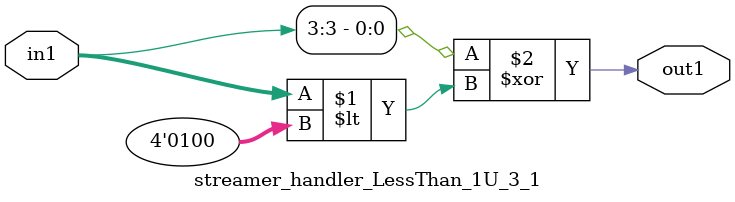
<source format=v>

`timescale 1ps / 1ps


module streamer_handler_LessThan_1U_3_1( in1, out1 );

    input [3:0] in1;
    output out1;

    
    // rtl_process:streamer_handler_LessThan_1U_3_1/streamer_handler_LessThan_1U_3_1_thread_1
    assign out1 = (in1[3] ^ in1 < 4'd04);

endmodule



</source>
